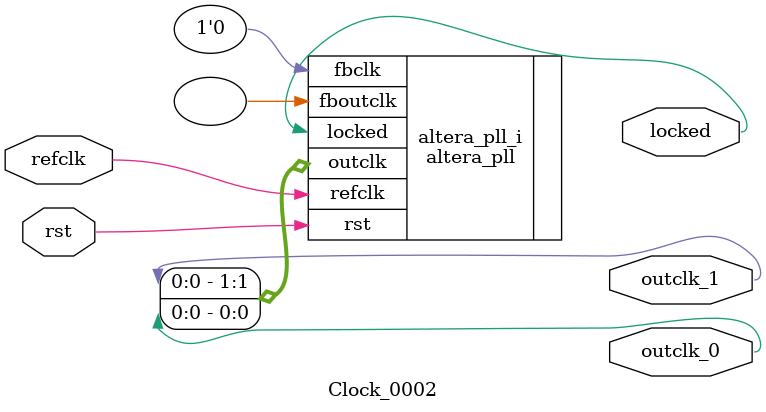
<source format=v>
`timescale 1ns/10ps
module  Clock_0002(

	// interface 'refclk'
	input wire refclk,

	// interface 'reset'
	input wire rst,

	// interface 'outclk0'
	output wire outclk_0,

	// interface 'outclk1'
	output wire outclk_1,

	// interface 'locked'
	output wire locked
);

	altera_pll #(
		.fractional_vco_multiplier("false"),
		.reference_clock_frequency("100.0 MHz"),
		.operation_mode("direct"),
		.number_of_clocks(2),
		.output_clock_frequency0("5.000000 MHz"),
		.phase_shift0("0 ps"),
		.duty_cycle0(50),
		.output_clock_frequency1("40.000000 MHz"),
		.phase_shift1("0 ps"),
		.duty_cycle1(50),
		.output_clock_frequency2("0 MHz"),
		.phase_shift2("0 ps"),
		.duty_cycle2(50),
		.output_clock_frequency3("0 MHz"),
		.phase_shift3("0 ps"),
		.duty_cycle3(50),
		.output_clock_frequency4("0 MHz"),
		.phase_shift4("0 ps"),
		.duty_cycle4(50),
		.output_clock_frequency5("0 MHz"),
		.phase_shift5("0 ps"),
		.duty_cycle5(50),
		.output_clock_frequency6("0 MHz"),
		.phase_shift6("0 ps"),
		.duty_cycle6(50),
		.output_clock_frequency7("0 MHz"),
		.phase_shift7("0 ps"),
		.duty_cycle7(50),
		.output_clock_frequency8("0 MHz"),
		.phase_shift8("0 ps"),
		.duty_cycle8(50),
		.output_clock_frequency9("0 MHz"),
		.phase_shift9("0 ps"),
		.duty_cycle9(50),
		.output_clock_frequency10("0 MHz"),
		.phase_shift10("0 ps"),
		.duty_cycle10(50),
		.output_clock_frequency11("0 MHz"),
		.phase_shift11("0 ps"),
		.duty_cycle11(50),
		.output_clock_frequency12("0 MHz"),
		.phase_shift12("0 ps"),
		.duty_cycle12(50),
		.output_clock_frequency13("0 MHz"),
		.phase_shift13("0 ps"),
		.duty_cycle13(50),
		.output_clock_frequency14("0 MHz"),
		.phase_shift14("0 ps"),
		.duty_cycle14(50),
		.output_clock_frequency15("0 MHz"),
		.phase_shift15("0 ps"),
		.duty_cycle15(50),
		.output_clock_frequency16("0 MHz"),
		.phase_shift16("0 ps"),
		.duty_cycle16(50),
		.output_clock_frequency17("0 MHz"),
		.phase_shift17("0 ps"),
		.duty_cycle17(50),
		.pll_type("General"),
		.pll_subtype("General")
	) altera_pll_i (
		.rst	(rst),
		.outclk	({outclk_1, outclk_0}),
		.locked	(locked),
		.fboutclk	( ),
		.fbclk	(1'b0),
		.refclk	(refclk)
	);
endmodule


</source>
